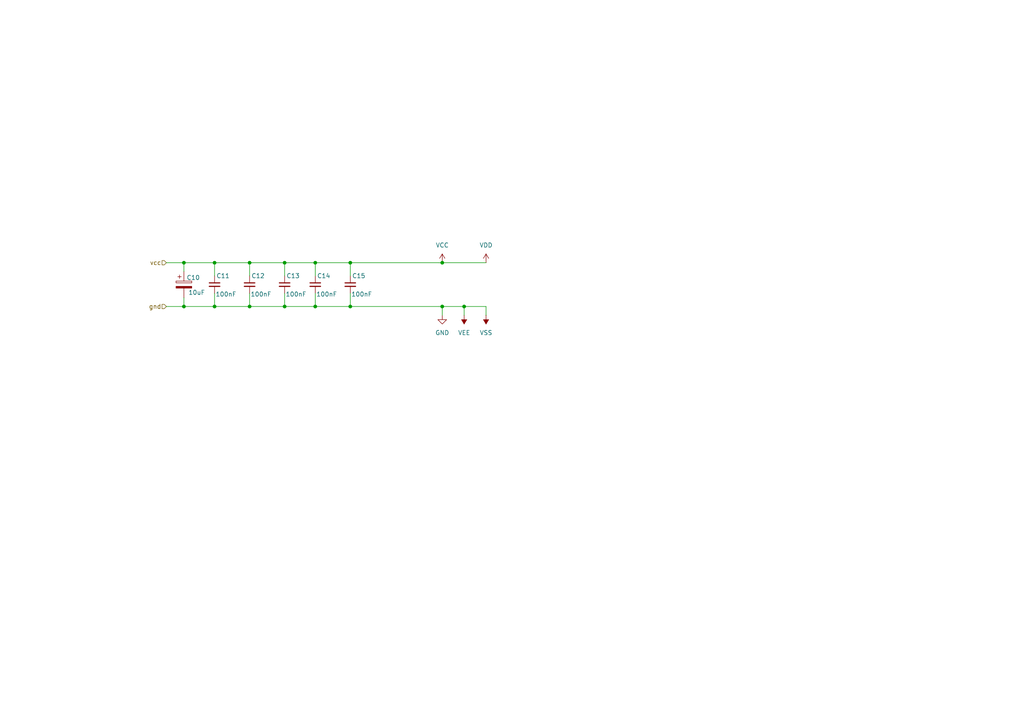
<source format=kicad_sch>
(kicad_sch (version 20250114) (generator "eeschema") (generator_version "9.0")
  (paper "A4")
  (lib_symbols
    (symbol "Device:C_Polarized" (pin_numbers (hide yes)) (pin_names (offset 0.254))
      (property "Reference" "C" (at 0.635 2.54 0))
      (property "Value" "C_Polarized" (at 0.635 -2.54 0))
      (symbol "C_Polarized_0_1"
        (rectangle (start -2.286 0.508) (end 2.286 1.016))
        (polyline (pts (xy -1.778 2.286) (xy -0.762 2.286)))
        (polyline (pts (xy -1.27 2.794) (xy -1.27 1.778)))
        (rectangle (start 2.286 -0.508) (end -2.286 -1.016) (fill (type outline)))
      )
      (symbol "C_Polarized_1_1"
        (pin passive line (at 0 3.81 270) (length 2.794) (name "~") (number "1"))
        (pin passive line (at 0 -3.81 90) (length 2.794) (name "~") (number "2"))
      )
    )
    (symbol "Device:C_Small" (pin_numbers (hide yes)) (pin_names (offset 0.254) (hide yes))
      (property "Reference" "C" (at 0.254 1.778 0))
      (property "Value" "C_Small" (at 0.254 -2.032 0))
      (symbol "C_Small_0_1"
        (polyline (pts (xy -1.524 0.508) (xy 1.524 0.508)) (stroke (width 0.3048)))
        (polyline (pts (xy -1.524 -0.508) (xy 1.524 -0.508)) (stroke (width 0.3302)))
      )
      (symbol "C_Small_1_1"
        (pin passive line (at 0 2.54 270) (length 2.032) (name "~") (number "1"))
        (pin passive line (at 0 -2.54 90) (length 2.032) (name "~") (number "2"))
      )
    )
    (symbol "power:GND" (power) (pin_numbers (hide yes)) (pin_names (offset 0) (hide yes))
      (property "Value" "GND" (at 0 -3.81 0))
      (symbol "GND_0_1"
        (polyline (pts (xy 0 0) (xy 0 -1.27) (xy 1.27 -1.27) (xy 0 -2.54) (xy -1.27 -1.27) (xy 0 -1.27)))
      )
      (symbol "GND_1_1"
        (pin power_in line (at 0 0 270) (length 0) (name "~") (number "1"))
      )
    )
    (symbol "power:VCC" (power) (pin_numbers (hide yes)) (pin_names (offset 0) (hide yes))
      (property "Value" "VCC" (at 0 3.556 0))
      (symbol "VCC_0_1"
        (polyline (pts (xy -0.762 1.27) (xy 0 2.54)))
        (polyline (pts (xy 0 2.54) (xy 0.762 1.27)))
        (polyline (pts (xy 0 0) (xy 0 2.54)))
      )
      (symbol "VCC_1_1"
        (pin power_in line (at 0 0 90) (length 0) (name "~") (number "1"))
      )
    )
    (symbol "power:VDD" (power) (pin_numbers (hide yes)) (pin_names (offset 0) (hide yes))
      (property "Value" "VDD" (at 0 3.556 0))
      (symbol "VDD_0_1"
        (polyline (pts (xy -0.762 1.27) (xy 0 2.54)))
        (polyline (pts (xy 0 2.54) (xy 0.762 1.27)))
        (polyline (pts (xy 0 0) (xy 0 2.54)))
      )
      (symbol "VDD_1_1"
        (pin power_in line (at 0 0 90) (length 0) (name "~") (number "1"))
      )
    )
    (symbol "power:VEE" (power) (pin_numbers (hide yes)) (pin_names (offset 0) (hide yes))
      (property "Value" "VEE" (at 0 3.556 0))
      (symbol "VEE_0_1"
        (polyline (pts (xy 0 0) (xy 0 2.54)))
        (polyline (pts (xy 0.762 1.27) (xy -0.762 1.27) (xy 0 2.54) (xy 0.762 1.27)) (fill (type outline)))
      )
      (symbol "VEE_1_1"
        (pin power_in line (at 0 0 90) (length 0) (name "~") (number "1"))
      )
    )
    (symbol "power:VSS" (power) (pin_numbers (hide yes)) (pin_names (offset 0) (hide yes))
      (property "Value" "VSS" (at 0 3.556 0))
      (symbol "VSS_0_1"
        (polyline (pts (xy 0 0) (xy 0 2.54)))
        (polyline (pts (xy 0.762 1.27) (xy -0.762 1.27) (xy 0 2.54) (xy 0.762 1.27)) (fill (type outline)))
      )
      (symbol "VSS_1_1"
        (pin power_in line (at 0 0 90) (length 0) (name "~") (number "1"))
      )
    )
  )
  (junction (at 91.44 76.2))
  (junction (at 82.55 76.2))
  (junction (at 62.23 88.9))
  (junction (at 62.23 76.2))
  (junction (at 53.34 76.2))
  (junction (at 101.6 88.9))
  (junction (at 72.39 76.2))
  (junction (at 101.6 76.2))
  (junction (at 128.27 88.9))
  (junction (at 82.55 88.9))
  (junction (at 53.34 88.9))
  (junction (at 128.27 76.2))
  (junction (at 72.39 88.9))
  (junction (at 134.62 88.9))
  (junction (at 91.44 88.9))
  (wire (pts (xy 101.6 76.2) (xy 101.6 80.01)))
  (wire (pts (xy 48.26 88.9) (xy 53.34 88.9)))
  (wire (pts (xy 72.39 88.9) (xy 82.55 88.9)))
  (wire (pts (xy 101.6 76.2) (xy 128.27 76.2)))
  (wire (pts (xy 101.6 88.9) (xy 128.27 88.9)))
  (wire (pts (xy 128.27 91.44) (xy 128.27 88.9)))
  (wire (pts (xy 48.26 76.2) (xy 53.34 76.2)))
  (wire (pts (xy 134.62 88.9) (xy 134.62 91.44)))
  (wire (pts (xy 53.34 86.36) (xy 53.34 88.9)))
  (wire (pts (xy 91.44 85.09) (xy 91.44 88.9)))
  (wire (pts (xy 53.34 88.9) (xy 62.23 88.9)))
  (wire (pts (xy 101.6 85.09) (xy 101.6 88.9)))
  (wire (pts (xy 72.39 85.09) (xy 72.39 88.9)))
  (wire (pts (xy 82.55 85.09) (xy 82.55 88.9)))
  (wire (pts (xy 72.39 76.2) (xy 72.39 80.01)))
  (wire (pts (xy 82.55 88.9) (xy 91.44 88.9)))
  (wire (pts (xy 62.23 76.2) (xy 62.23 80.01)))
  (wire (pts (xy 62.23 88.9) (xy 72.39 88.9)))
  (wire (pts (xy 91.44 88.9) (xy 101.6 88.9)))
  (wire (pts (xy 53.34 76.2) (xy 62.23 76.2)))
  (wire (pts (xy 62.23 76.2) (xy 72.39 76.2)))
  (wire (pts (xy 82.55 76.2) (xy 82.55 80.01)))
  (wire (pts (xy 91.44 76.2) (xy 91.44 80.01)))
  (wire (pts (xy 128.27 76.2) (xy 140.97 76.2)))
  (wire (pts (xy 53.34 76.2) (xy 53.34 78.74)))
  (wire (pts (xy 91.44 76.2) (xy 101.6 76.2)))
  (wire (pts (xy 140.97 88.9) (xy 140.97 91.44)))
  (wire (pts (xy 128.27 88.9) (xy 134.62 88.9)))
  (wire (pts (xy 62.23 85.09) (xy 62.23 88.9)))
  (wire (pts (xy 82.55 76.2) (xy 91.44 76.2)))
  (wire (pts (xy 72.39 76.2) (xy 82.55 76.2)))
  (wire (pts (xy 134.62 88.9) (xy 140.97 88.9)))
  (hierarchical_label "vcc" (shape input) (at 48.26 76.2 180))
  (hierarchical_label "gnd" (shape input) (at 48.26 88.9 180))
  (symbol (lib_id "Device:C_Small") (at 101.6 82.55 0) (unit 1)
    (property "Reference" "C15" (at 102.108 80.01 0) (effects (justify left)))
    (property "Value" "100nF" (at 101.854 85.344 0) (effects (justify left)))
    (property "Footprint" "Capacitor_THT:C_Disc_D3.0mm_W1.6mm_P2.50mm" (effects (hide yes)))
    (property "Description" "Unpolarized capacitor, small symbol" (effects (hide yes)))
  )
  (symbol (lib_id "Device:C_Polarized") (at 53.34 82.55 0) (unit 1)
    (property "Reference" "C10" (at 54.102 80.518 0) (effects (justify left)))
    (property "Value" "10uF" (at 54.61 84.836 0) (effects (justify left)))
    (property "Footprint" "Capacitor_THT:CP_Radial_D5.0mm_P2.50mm" (effects (hide yes)))
    (property "Description" "Polarized capacitor" (effects (hide yes)))
  )
  (symbol (lib_id "power:VSS") (at 140.97 91.44 0) (mirror x) (unit 1)
    (property "Reference" "#PWR032" (effects (hide yes)))
    (property "Value" "VSS" (at 140.97 96.52 0))
    (property "Description" "Power symbol creates a global label with name \"VSS\"" (effects (hide yes)))
  )
  (symbol (lib_id "power:VEE") (at 134.62 91.44 0) (mirror x) (unit 1)
    (property "Reference" "#PWR030" (effects (hide yes)))
    (property "Value" "VEE" (at 134.62 96.52 0))
    (property "Description" "Power symbol creates a global label with name \"VEE\"" (effects (hide yes)))
  )
  (symbol (lib_id "Device:C_Small") (at 91.44 82.55 0) (unit 1)
    (property "Reference" "C14" (at 91.948 80.01 0) (effects (justify left)))
    (property "Value" "100nF" (at 91.694 85.344 0) (effects (justify left)))
    (property "Footprint" "Capacitor_THT:C_Disc_D3.0mm_W1.6mm_P2.50mm" (effects (hide yes)))
    (property "Description" "Unpolarized capacitor, small symbol" (effects (hide yes)))
  )
  (symbol (lib_id "Device:C_Small") (at 72.39 82.55 0) (unit 1)
    (property "Reference" "C12" (at 72.898 80.01 0) (effects (justify left)))
    (property "Value" "100nF" (at 72.644 85.344 0) (effects (justify left)))
    (property "Footprint" "Capacitor_THT:C_Disc_D3.0mm_W1.6mm_P2.50mm" (effects (hide yes)))
    (property "Description" "Unpolarized capacitor, small symbol" (effects (hide yes)))
  )
  (symbol (lib_id "Device:C_Small") (at 82.55 82.55 0) (unit 1)
    (property "Reference" "C13" (at 83.058 80.01 0) (effects (justify left)))
    (property "Value" "100nF" (at 82.804 85.344 0) (effects (justify left)))
    (property "Footprint" "Capacitor_THT:C_Disc_D3.0mm_W1.6mm_P2.50mm" (effects (hide yes)))
    (property "Description" "Unpolarized capacitor, small symbol" (effects (hide yes)))
  )
  (symbol (lib_id "power:VCC") (at 128.27 76.2 0) (unit 1)
    (property "Reference" "#PWR028" (effects (hide yes)))
    (property "Value" "VCC" (at 128.27 71.12 0))
    (property "Description" "Power symbol creates a global label with name \"VCC\"" (effects (hide yes)))
  )
  (symbol (lib_id "Device:C_Small") (at 62.23 82.55 0) (unit 1)
    (property "Reference" "C11" (at 62.738 80.01 0) (effects (justify left)))
    (property "Value" "100nF" (at 62.484 85.344 0) (effects (justify left)))
    (property "Footprint" "Capacitor_THT:C_Disc_D3.0mm_W1.6mm_P2.50mm" (effects (hide yes)))
    (property "Description" "Unpolarized capacitor, small symbol" (effects (hide yes)))
  )
  (symbol (lib_id "power:VDD") (at 140.97 76.2 0) (unit 1)
    (property "Reference" "#PWR031" (effects (hide yes)))
    (property "Value" "VDD" (at 140.97 71.12 0))
    (property "Description" "Power symbol creates a global label with name \"VDD\"" (effects (hide yes)))
  )
  (symbol (lib_id "power:GND") (at 128.27 91.44 0) (unit 1)
    (property "Reference" "#PWR029" (effects (hide yes)))
    (property "Value" "GND" (at 128.27 96.52 0))
    (property "Description" "Power symbol creates a global label with name \"GND\" , ground" (effects (hide yes)))
  )
)
</source>
